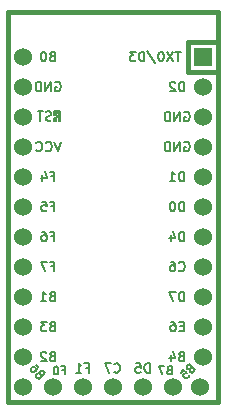
<source format=gbo>
G04 #@! TF.GenerationSoftware,KiCad,Pcbnew,(6.0.5)*
G04 #@! TF.CreationDate,2023-06-30T16:23:22+09:00*
G04 #@! TF.ProjectId,Varanidae,56617261-6e69-4646-9165-2e6b69636164,rev?*
G04 #@! TF.SameCoordinates,Original*
G04 #@! TF.FileFunction,Legend,Bot*
G04 #@! TF.FilePolarity,Positive*
%FSLAX46Y46*%
G04 Gerber Fmt 4.6, Leading zero omitted, Abs format (unit mm)*
G04 Created by KiCad (PCBNEW (6.0.5)) date 2023-06-30 16:23:22*
%MOMM*%
%LPD*%
G01*
G04 APERTURE LIST*
%ADD10C,0.150000*%
%ADD11C,0.381000*%
%ADD12R,1.525000X1.525000*%
%ADD13C,1.525000*%
G04 APERTURE END LIST*
D10*
X208667309Y-127331732D02*
X208553023Y-127369827D01*
X208514928Y-127407922D01*
X208476833Y-127484113D01*
X208476833Y-127598398D01*
X208514928Y-127674589D01*
X208553023Y-127712684D01*
X208629214Y-127750779D01*
X208933976Y-127750779D01*
X208933976Y-126950779D01*
X208667309Y-126950779D01*
X208591119Y-126988875D01*
X208553023Y-127026970D01*
X208514928Y-127103160D01*
X208514928Y-127179351D01*
X208553023Y-127255541D01*
X208591119Y-127293636D01*
X208667309Y-127331732D01*
X208933976Y-127331732D01*
X207791119Y-127217446D02*
X207791119Y-127750779D01*
X207981595Y-126912684D02*
X208172071Y-127484113D01*
X207676833Y-127484113D01*
X208933976Y-122670779D02*
X208933976Y-121870779D01*
X208743500Y-121870779D01*
X208629214Y-121908875D01*
X208553023Y-121985065D01*
X208514928Y-122061255D01*
X208476833Y-122213636D01*
X208476833Y-122327922D01*
X208514928Y-122480303D01*
X208553023Y-122556494D01*
X208629214Y-122632684D01*
X208743500Y-122670779D01*
X208933976Y-122670779D01*
X208210166Y-121870779D02*
X207676833Y-121870779D01*
X208019690Y-122670779D01*
X196718202Y-128823866D02*
X196623921Y-128776726D01*
X196576780Y-128776726D01*
X196506070Y-128800296D01*
X196435359Y-128871007D01*
X196411789Y-128941717D01*
X196411789Y-128988858D01*
X196435359Y-129059568D01*
X196623921Y-129248130D01*
X197118896Y-128753155D01*
X196953904Y-128588164D01*
X196883193Y-128564594D01*
X196836053Y-128564594D01*
X196765342Y-128588164D01*
X196718202Y-128635304D01*
X196694632Y-128706015D01*
X196694632Y-128753155D01*
X196718202Y-128823866D01*
X196883193Y-128988858D01*
X196411789Y-128046049D02*
X196506070Y-128140330D01*
X196529640Y-128211040D01*
X196529640Y-128258181D01*
X196506070Y-128376032D01*
X196435359Y-128493883D01*
X196246797Y-128682445D01*
X196176087Y-128706015D01*
X196128946Y-128706015D01*
X196058235Y-128682445D01*
X195963955Y-128588164D01*
X195940384Y-128517453D01*
X195940384Y-128470313D01*
X195963955Y-128399602D01*
X196081806Y-128281751D01*
X196152516Y-128258181D01*
X196199657Y-128258181D01*
X196270367Y-128281751D01*
X196364648Y-128376032D01*
X196388219Y-128446742D01*
X196388219Y-128493883D01*
X196364648Y-128564594D01*
X208953023Y-106668875D02*
X209029214Y-106630779D01*
X209143500Y-106630779D01*
X209257785Y-106668875D01*
X209333976Y-106745065D01*
X209372071Y-106821255D01*
X209410166Y-106973636D01*
X209410166Y-107087922D01*
X209372071Y-107240303D01*
X209333976Y-107316494D01*
X209257785Y-107392684D01*
X209143500Y-107430779D01*
X209067309Y-107430779D01*
X208953023Y-107392684D01*
X208914928Y-107354589D01*
X208914928Y-107087922D01*
X209067309Y-107087922D01*
X208572071Y-107430779D02*
X208572071Y-106630779D01*
X208114928Y-107430779D01*
X208114928Y-106630779D01*
X207733976Y-107430779D02*
X207733976Y-106630779D01*
X207543500Y-106630779D01*
X207429214Y-106668875D01*
X207353023Y-106745065D01*
X207314928Y-106821255D01*
X207276833Y-106973636D01*
X207276833Y-107087922D01*
X207314928Y-107240303D01*
X207353023Y-107316494D01*
X207429214Y-107392684D01*
X207543500Y-107430779D01*
X207733976Y-107430779D01*
X197745309Y-122251732D02*
X197631023Y-122289827D01*
X197592928Y-122327922D01*
X197554833Y-122404113D01*
X197554833Y-122518398D01*
X197592928Y-122594589D01*
X197631023Y-122632684D01*
X197707214Y-122670779D01*
X198011976Y-122670779D01*
X198011976Y-121870779D01*
X197745309Y-121870779D01*
X197669119Y-121908875D01*
X197631023Y-121946970D01*
X197592928Y-122023160D01*
X197592928Y-122099351D01*
X197631023Y-122175541D01*
X197669119Y-122213636D01*
X197745309Y-122251732D01*
X198011976Y-122251732D01*
X196792928Y-122670779D02*
X197250071Y-122670779D01*
X197021500Y-122670779D02*
X197021500Y-121870779D01*
X197097690Y-121985065D01*
X197173880Y-122061255D01*
X197250071Y-122099351D01*
X208933976Y-104890779D02*
X208933976Y-104090779D01*
X208743500Y-104090779D01*
X208629214Y-104128875D01*
X208553023Y-104205065D01*
X208514928Y-104281255D01*
X208476833Y-104433636D01*
X208476833Y-104547922D01*
X208514928Y-104700303D01*
X208553023Y-104776494D01*
X208629214Y-104852684D01*
X208743500Y-104890779D01*
X208933976Y-104890779D01*
X208172071Y-104166970D02*
X208133976Y-104128875D01*
X208057785Y-104090779D01*
X207867309Y-104090779D01*
X207791119Y-104128875D01*
X207753023Y-104166970D01*
X207714928Y-104243160D01*
X207714928Y-104319351D01*
X207753023Y-104433636D01*
X208210166Y-104890779D01*
X207714928Y-104890779D01*
X197688166Y-119711732D02*
X197954833Y-119711732D01*
X197954833Y-120130779D02*
X197954833Y-119330779D01*
X197573880Y-119330779D01*
X197345309Y-119330779D02*
X196811976Y-119330779D01*
X197154833Y-120130779D01*
X208476833Y-120054589D02*
X208514928Y-120092684D01*
X208629214Y-120130779D01*
X208705404Y-120130779D01*
X208819690Y-120092684D01*
X208895880Y-120016494D01*
X208933976Y-119940303D01*
X208972071Y-119787922D01*
X208972071Y-119673636D01*
X208933976Y-119521255D01*
X208895880Y-119445065D01*
X208819690Y-119368875D01*
X208705404Y-119330779D01*
X208629214Y-119330779D01*
X208514928Y-119368875D01*
X208476833Y-119406970D01*
X207791119Y-119330779D02*
X207943500Y-119330779D01*
X208019690Y-119368875D01*
X208057785Y-119406970D01*
X208133976Y-119521255D01*
X208172071Y-119673636D01*
X208172071Y-119978398D01*
X208133976Y-120054589D01*
X208095880Y-120092684D01*
X208019690Y-120130779D01*
X207867309Y-120130779D01*
X207791119Y-120092684D01*
X207753023Y-120054589D01*
X207714928Y-119978398D01*
X207714928Y-119787922D01*
X207753023Y-119711732D01*
X207791119Y-119673636D01*
X207867309Y-119635541D01*
X208019690Y-119635541D01*
X208095880Y-119673636D01*
X208133976Y-119711732D01*
X208172071Y-119787922D01*
X197688166Y-114631732D02*
X197954833Y-114631732D01*
X197954833Y-115050779D02*
X197954833Y-114250779D01*
X197573880Y-114250779D01*
X196888166Y-114250779D02*
X197269119Y-114250779D01*
X197307214Y-114631732D01*
X197269119Y-114593636D01*
X197192928Y-114555541D01*
X197002452Y-114555541D01*
X196926261Y-114593636D01*
X196888166Y-114631732D01*
X196850071Y-114707922D01*
X196850071Y-114898398D01*
X196888166Y-114974589D01*
X196926261Y-115012684D01*
X197002452Y-115050779D01*
X197192928Y-115050779D01*
X197269119Y-115012684D01*
X197307214Y-114974589D01*
X197688166Y-112091732D02*
X197954833Y-112091732D01*
X197954833Y-112510779D02*
X197954833Y-111710779D01*
X197573880Y-111710779D01*
X196926261Y-111977446D02*
X196926261Y-112510779D01*
X197116738Y-111672684D02*
X197307214Y-112244113D01*
X196811976Y-112244113D01*
X206012976Y-128720779D02*
X206012976Y-127920779D01*
X205822500Y-127920779D01*
X205708214Y-127958875D01*
X205632023Y-128035065D01*
X205593928Y-128111255D01*
X205555833Y-128263636D01*
X205555833Y-128377922D01*
X205593928Y-128530303D01*
X205632023Y-128606494D01*
X205708214Y-128682684D01*
X205822500Y-128720779D01*
X206012976Y-128720779D01*
X204832023Y-127920779D02*
X205212976Y-127920779D01*
X205251071Y-128301732D01*
X205212976Y-128263636D01*
X205136785Y-128225541D01*
X204946309Y-128225541D01*
X204870119Y-128263636D01*
X204832023Y-128301732D01*
X204793928Y-128377922D01*
X204793928Y-128568398D01*
X204832023Y-128644589D01*
X204870119Y-128682684D01*
X204946309Y-128720779D01*
X205136785Y-128720779D01*
X205212976Y-128682684D01*
X205251071Y-128644589D01*
X198615833Y-128508875D02*
X198849166Y-128508875D01*
X198849166Y-128875541D02*
X198849166Y-128175541D01*
X198515833Y-128175541D01*
X198115833Y-128175541D02*
X198049166Y-128175541D01*
X197982500Y-128208875D01*
X197949166Y-128242208D01*
X197915833Y-128308875D01*
X197882500Y-128442208D01*
X197882500Y-128608875D01*
X197915833Y-128742208D01*
X197949166Y-128808875D01*
X197982500Y-128842208D01*
X198049166Y-128875541D01*
X198115833Y-128875541D01*
X198182500Y-128842208D01*
X198215833Y-128808875D01*
X198249166Y-128742208D01*
X198282500Y-128608875D01*
X198282500Y-128442208D01*
X198249166Y-128308875D01*
X198215833Y-128242208D01*
X198182500Y-128208875D01*
X198115833Y-128175541D01*
X208933976Y-117590779D02*
X208933976Y-116790779D01*
X208743500Y-116790779D01*
X208629214Y-116828875D01*
X208553023Y-116905065D01*
X208514928Y-116981255D01*
X208476833Y-117133636D01*
X208476833Y-117247922D01*
X208514928Y-117400303D01*
X208553023Y-117476494D01*
X208629214Y-117552684D01*
X208743500Y-117590779D01*
X208933976Y-117590779D01*
X207791119Y-117057446D02*
X207791119Y-117590779D01*
X207981595Y-116752684D02*
X208172071Y-117324113D01*
X207676833Y-117324113D01*
X208644848Y-101550779D02*
X208187705Y-101550779D01*
X208416276Y-102350779D02*
X208416276Y-101550779D01*
X207997229Y-101550779D02*
X207463895Y-102350779D01*
X207463895Y-101550779D02*
X207997229Y-102350779D01*
X207006752Y-101550779D02*
X206930562Y-101550779D01*
X206854372Y-101588875D01*
X206816276Y-101626970D01*
X206778181Y-101703160D01*
X206740086Y-101855541D01*
X206740086Y-102046017D01*
X206778181Y-102198398D01*
X206816276Y-102274589D01*
X206854372Y-102312684D01*
X206930562Y-102350779D01*
X207006752Y-102350779D01*
X207082943Y-102312684D01*
X207121038Y-102274589D01*
X207159133Y-102198398D01*
X207197229Y-102046017D01*
X207197229Y-101855541D01*
X207159133Y-101703160D01*
X207121038Y-101626970D01*
X207082943Y-101588875D01*
X207006752Y-101550779D01*
X205825800Y-101512684D02*
X206511514Y-102541255D01*
X205559133Y-102350779D02*
X205559133Y-101550779D01*
X205368657Y-101550779D01*
X205254372Y-101588875D01*
X205178181Y-101665065D01*
X205140086Y-101741255D01*
X205101991Y-101893636D01*
X205101991Y-102007922D01*
X205140086Y-102160303D01*
X205178181Y-102236494D01*
X205254372Y-102312684D01*
X205368657Y-102350779D01*
X205559133Y-102350779D01*
X204835324Y-101550779D02*
X204340086Y-101550779D01*
X204606752Y-101855541D01*
X204492467Y-101855541D01*
X204416276Y-101893636D01*
X204378181Y-101931732D01*
X204340086Y-102007922D01*
X204340086Y-102198398D01*
X204378181Y-102274589D01*
X204416276Y-102312684D01*
X204492467Y-102350779D01*
X204721038Y-102350779D01*
X204797229Y-102312684D01*
X204835324Y-102274589D01*
X198488166Y-109170779D02*
X198221500Y-109970779D01*
X197954833Y-109170779D01*
X197231023Y-109894589D02*
X197269119Y-109932684D01*
X197383404Y-109970779D01*
X197459595Y-109970779D01*
X197573880Y-109932684D01*
X197650071Y-109856494D01*
X197688166Y-109780303D01*
X197726261Y-109627922D01*
X197726261Y-109513636D01*
X197688166Y-109361255D01*
X197650071Y-109285065D01*
X197573880Y-109208875D01*
X197459595Y-109170779D01*
X197383404Y-109170779D01*
X197269119Y-109208875D01*
X197231023Y-109246970D01*
X196431023Y-109894589D02*
X196469119Y-109932684D01*
X196583404Y-109970779D01*
X196659595Y-109970779D01*
X196773880Y-109932684D01*
X196850071Y-109856494D01*
X196888166Y-109780303D01*
X196926261Y-109627922D01*
X196926261Y-109513636D01*
X196888166Y-109361255D01*
X196850071Y-109285065D01*
X196773880Y-109208875D01*
X196659595Y-109170779D01*
X196583404Y-109170779D01*
X196469119Y-109208875D01*
X196431023Y-109246970D01*
X207665833Y-128508875D02*
X207565833Y-128542208D01*
X207532500Y-128575541D01*
X207499166Y-128642208D01*
X207499166Y-128742208D01*
X207532500Y-128808875D01*
X207565833Y-128842208D01*
X207632500Y-128875541D01*
X207899166Y-128875541D01*
X207899166Y-128175541D01*
X207665833Y-128175541D01*
X207599166Y-128208875D01*
X207565833Y-128242208D01*
X207532500Y-128308875D01*
X207532500Y-128375541D01*
X207565833Y-128442208D01*
X207599166Y-128475541D01*
X207665833Y-128508875D01*
X207899166Y-128508875D01*
X207265833Y-128175541D02*
X206799166Y-128175541D01*
X207099166Y-128875541D01*
X200609166Y-128301732D02*
X200875833Y-128301732D01*
X200875833Y-128720779D02*
X200875833Y-127920779D01*
X200494880Y-127920779D01*
X199771071Y-128720779D02*
X200228214Y-128720779D01*
X199999642Y-128720779D02*
X199999642Y-127920779D01*
X200075833Y-128035065D01*
X200152023Y-128111255D01*
X200228214Y-128149351D01*
X209447491Y-128423172D02*
X209400351Y-128517453D01*
X209400351Y-128564594D01*
X209423921Y-128635304D01*
X209494632Y-128706015D01*
X209565342Y-128729585D01*
X209612483Y-128729585D01*
X209683193Y-128706015D01*
X209871755Y-128517453D01*
X209376780Y-128022478D01*
X209211789Y-128187470D01*
X209188219Y-128258181D01*
X209188219Y-128305321D01*
X209211789Y-128376032D01*
X209258929Y-128423172D01*
X209329640Y-128446742D01*
X209376780Y-128446742D01*
X209447491Y-128423172D01*
X209612483Y-128258181D01*
X208646103Y-128753155D02*
X208881806Y-128517453D01*
X209141078Y-128729585D01*
X209093938Y-128729585D01*
X209023227Y-128753155D01*
X208905376Y-128871007D01*
X208881806Y-128941717D01*
X208881806Y-128988858D01*
X208905376Y-129059568D01*
X209023227Y-129177419D01*
X209093938Y-129200990D01*
X209141078Y-129200990D01*
X209211789Y-129177419D01*
X209329640Y-129059568D01*
X209353210Y-128988858D01*
X209353210Y-128941717D01*
X198031023Y-104128875D02*
X198107214Y-104090779D01*
X198221500Y-104090779D01*
X198335785Y-104128875D01*
X198411976Y-104205065D01*
X198450071Y-104281255D01*
X198488166Y-104433636D01*
X198488166Y-104547922D01*
X198450071Y-104700303D01*
X198411976Y-104776494D01*
X198335785Y-104852684D01*
X198221500Y-104890779D01*
X198145309Y-104890779D01*
X198031023Y-104852684D01*
X197992928Y-104814589D01*
X197992928Y-104547922D01*
X198145309Y-104547922D01*
X197650071Y-104890779D02*
X197650071Y-104090779D01*
X197192928Y-104890779D01*
X197192928Y-104090779D01*
X196811976Y-104890779D02*
X196811976Y-104090779D01*
X196621500Y-104090779D01*
X196507214Y-104128875D01*
X196431023Y-104205065D01*
X196392928Y-104281255D01*
X196354833Y-104433636D01*
X196354833Y-104547922D01*
X196392928Y-104700303D01*
X196431023Y-104776494D01*
X196507214Y-104852684D01*
X196621500Y-104890779D01*
X196811976Y-104890779D01*
X197688166Y-117171732D02*
X197954833Y-117171732D01*
X197954833Y-117590779D02*
X197954833Y-116790779D01*
X197573880Y-116790779D01*
X196926261Y-116790779D02*
X197078642Y-116790779D01*
X197154833Y-116828875D01*
X197192928Y-116866970D01*
X197269119Y-116981255D01*
X197307214Y-117133636D01*
X197307214Y-117438398D01*
X197269119Y-117514589D01*
X197231023Y-117552684D01*
X197154833Y-117590779D01*
X197002452Y-117590779D01*
X196926261Y-117552684D01*
X196888166Y-117514589D01*
X196850071Y-117438398D01*
X196850071Y-117247922D01*
X196888166Y-117171732D01*
X196926261Y-117133636D01*
X197002452Y-117095541D01*
X197154833Y-117095541D01*
X197231023Y-117133636D01*
X197269119Y-117171732D01*
X197307214Y-117247922D01*
X203015833Y-128644589D02*
X203053928Y-128682684D01*
X203168214Y-128720779D01*
X203244404Y-128720779D01*
X203358690Y-128682684D01*
X203434880Y-128606494D01*
X203472976Y-128530303D01*
X203511071Y-128377922D01*
X203511071Y-128263636D01*
X203472976Y-128111255D01*
X203434880Y-128035065D01*
X203358690Y-127958875D01*
X203244404Y-127920779D01*
X203168214Y-127920779D01*
X203053928Y-127958875D01*
X203015833Y-127996970D01*
X202749166Y-127920779D02*
X202215833Y-127920779D01*
X202558690Y-128720779D01*
X197745309Y-101931732D02*
X197631023Y-101969827D01*
X197592928Y-102007922D01*
X197554833Y-102084113D01*
X197554833Y-102198398D01*
X197592928Y-102274589D01*
X197631023Y-102312684D01*
X197707214Y-102350779D01*
X198011976Y-102350779D01*
X198011976Y-101550779D01*
X197745309Y-101550779D01*
X197669119Y-101588875D01*
X197631023Y-101626970D01*
X197592928Y-101703160D01*
X197592928Y-101779351D01*
X197631023Y-101855541D01*
X197669119Y-101893636D01*
X197745309Y-101931732D01*
X198011976Y-101931732D01*
X197059595Y-101550779D02*
X196983404Y-101550779D01*
X196907214Y-101588875D01*
X196869119Y-101626970D01*
X196831023Y-101703160D01*
X196792928Y-101855541D01*
X196792928Y-102046017D01*
X196831023Y-102198398D01*
X196869119Y-102274589D01*
X196907214Y-102312684D01*
X196983404Y-102350779D01*
X197059595Y-102350779D01*
X197135785Y-102312684D01*
X197173880Y-102274589D01*
X197211976Y-102198398D01*
X197250071Y-102046017D01*
X197250071Y-101855541D01*
X197211976Y-101703160D01*
X197173880Y-101626970D01*
X197135785Y-101588875D01*
X197059595Y-101550779D01*
X208895880Y-124791732D02*
X208629214Y-124791732D01*
X208514928Y-125210779D02*
X208895880Y-125210779D01*
X208895880Y-124410779D01*
X208514928Y-124410779D01*
X207829214Y-124410779D02*
X207981595Y-124410779D01*
X208057785Y-124448875D01*
X208095880Y-124486970D01*
X208172071Y-124601255D01*
X208210166Y-124753636D01*
X208210166Y-125058398D01*
X208172071Y-125134589D01*
X208133976Y-125172684D01*
X208057785Y-125210779D01*
X207905404Y-125210779D01*
X207829214Y-125172684D01*
X207791119Y-125134589D01*
X207753023Y-125058398D01*
X207753023Y-124867922D01*
X207791119Y-124791732D01*
X207829214Y-124753636D01*
X207905404Y-124715541D01*
X208057785Y-124715541D01*
X208133976Y-124753636D01*
X208172071Y-124791732D01*
X208210166Y-124867922D01*
X208933976Y-115050779D02*
X208933976Y-114250779D01*
X208743500Y-114250779D01*
X208629214Y-114288875D01*
X208553023Y-114365065D01*
X208514928Y-114441255D01*
X208476833Y-114593636D01*
X208476833Y-114707922D01*
X208514928Y-114860303D01*
X208553023Y-114936494D01*
X208629214Y-115012684D01*
X208743500Y-115050779D01*
X208933976Y-115050779D01*
X207981595Y-114250779D02*
X207905404Y-114250779D01*
X207829214Y-114288875D01*
X207791119Y-114326970D01*
X207753023Y-114403160D01*
X207714928Y-114555541D01*
X207714928Y-114746017D01*
X207753023Y-114898398D01*
X207791119Y-114974589D01*
X207829214Y-115012684D01*
X207905404Y-115050779D01*
X207981595Y-115050779D01*
X208057785Y-115012684D01*
X208095880Y-114974589D01*
X208133976Y-114898398D01*
X208172071Y-114746017D01*
X208172071Y-114555541D01*
X208133976Y-114403160D01*
X208095880Y-114326970D01*
X208057785Y-114288875D01*
X207981595Y-114250779D01*
X208953023Y-109208875D02*
X209029214Y-109170779D01*
X209143500Y-109170779D01*
X209257785Y-109208875D01*
X209333976Y-109285065D01*
X209372071Y-109361255D01*
X209410166Y-109513636D01*
X209410166Y-109627922D01*
X209372071Y-109780303D01*
X209333976Y-109856494D01*
X209257785Y-109932684D01*
X209143500Y-109970779D01*
X209067309Y-109970779D01*
X208953023Y-109932684D01*
X208914928Y-109894589D01*
X208914928Y-109627922D01*
X209067309Y-109627922D01*
X208572071Y-109970779D02*
X208572071Y-109170779D01*
X208114928Y-109970779D01*
X208114928Y-109170779D01*
X207733976Y-109970779D02*
X207733976Y-109170779D01*
X207543500Y-109170779D01*
X207429214Y-109208875D01*
X207353023Y-109285065D01*
X207314928Y-109361255D01*
X207276833Y-109513636D01*
X207276833Y-109627922D01*
X207314928Y-109780303D01*
X207353023Y-109856494D01*
X207429214Y-109932684D01*
X207543500Y-109970779D01*
X207733976Y-109970779D01*
X208933976Y-112510779D02*
X208933976Y-111710779D01*
X208743500Y-111710779D01*
X208629214Y-111748875D01*
X208553023Y-111825065D01*
X208514928Y-111901255D01*
X208476833Y-112053636D01*
X208476833Y-112167922D01*
X208514928Y-112320303D01*
X208553023Y-112396494D01*
X208629214Y-112472684D01*
X208743500Y-112510779D01*
X208933976Y-112510779D01*
X207714928Y-112510779D02*
X208172071Y-112510779D01*
X207943500Y-112510779D02*
X207943500Y-111710779D01*
X208019690Y-111825065D01*
X208095880Y-111901255D01*
X208172071Y-111939351D01*
X197745309Y-124791732D02*
X197631023Y-124829827D01*
X197592928Y-124867922D01*
X197554833Y-124944113D01*
X197554833Y-125058398D01*
X197592928Y-125134589D01*
X197631023Y-125172684D01*
X197707214Y-125210779D01*
X198011976Y-125210779D01*
X198011976Y-124410779D01*
X197745309Y-124410779D01*
X197669119Y-124448875D01*
X197631023Y-124486970D01*
X197592928Y-124563160D01*
X197592928Y-124639351D01*
X197631023Y-124715541D01*
X197669119Y-124753636D01*
X197745309Y-124791732D01*
X198011976Y-124791732D01*
X197288166Y-124410779D02*
X196792928Y-124410779D01*
X197059595Y-124715541D01*
X196945309Y-124715541D01*
X196869119Y-124753636D01*
X196831023Y-124791732D01*
X196792928Y-124867922D01*
X196792928Y-125058398D01*
X196831023Y-125134589D01*
X196869119Y-125172684D01*
X196945309Y-125210779D01*
X197173880Y-125210779D01*
X197250071Y-125172684D01*
X197288166Y-125134589D01*
X197745309Y-127331732D02*
X197631023Y-127369827D01*
X197592928Y-127407922D01*
X197554833Y-127484113D01*
X197554833Y-127598398D01*
X197592928Y-127674589D01*
X197631023Y-127712684D01*
X197707214Y-127750779D01*
X198011976Y-127750779D01*
X198011976Y-126950779D01*
X197745309Y-126950779D01*
X197669119Y-126988875D01*
X197631023Y-127026970D01*
X197592928Y-127103160D01*
X197592928Y-127179351D01*
X197631023Y-127255541D01*
X197669119Y-127293636D01*
X197745309Y-127331732D01*
X198011976Y-127331732D01*
X197250071Y-127026970D02*
X197211976Y-126988875D01*
X197135785Y-126950779D01*
X196945309Y-126950779D01*
X196869119Y-126988875D01*
X196831023Y-127026970D01*
X196792928Y-127103160D01*
X196792928Y-127179351D01*
X196831023Y-127293636D01*
X197288166Y-127750779D01*
X196792928Y-127750779D01*
X197682713Y-107362684D02*
X197568427Y-107400779D01*
X197377951Y-107400779D01*
X197301760Y-107362684D01*
X197263665Y-107324589D01*
X197225570Y-107248398D01*
X197225570Y-107172208D01*
X197263665Y-107096017D01*
X197301760Y-107057922D01*
X197377951Y-107019827D01*
X197530332Y-106981732D01*
X197606522Y-106943636D01*
X197644618Y-106905541D01*
X197682713Y-106829351D01*
X197682713Y-106753160D01*
X197644618Y-106676970D01*
X197606522Y-106638875D01*
X197530332Y-106600779D01*
X197339856Y-106600779D01*
X197225570Y-106638875D01*
X196996999Y-106600779D02*
X196539856Y-106600779D01*
X196768427Y-107400779D02*
X196768427Y-106600779D01*
D11*
X209232500Y-100718875D02*
X211772500Y-100718875D01*
X193992500Y-98178875D02*
X211772500Y-98178875D01*
X193992500Y-100718875D02*
X193992500Y-98178875D01*
X211772500Y-131198875D02*
X193992500Y-131198875D01*
X209232500Y-103258875D02*
X211772500Y-103258875D01*
X209232500Y-100718875D02*
X209232500Y-103258875D01*
X193992500Y-131198875D02*
X193992500Y-100718875D01*
X211772500Y-98178875D02*
X211772500Y-100718875D01*
X211772500Y-100718875D02*
X211772500Y-131198875D01*
G36*
X198250932Y-107098235D02*
G01*
X198150932Y-107098235D01*
X198150932Y-106998235D01*
X198250932Y-106998235D01*
X198250932Y-107098235D01*
G37*
D10*
X198250932Y-107098235D02*
X198150932Y-107098235D01*
X198150932Y-106998235D01*
X198250932Y-106998235D01*
X198250932Y-107098235D01*
G36*
X198050932Y-106898235D02*
G01*
X197950932Y-106898235D01*
X197950932Y-106598235D01*
X198050932Y-106598235D01*
X198050932Y-106898235D01*
G37*
X198050932Y-106898235D02*
X197950932Y-106898235D01*
X197950932Y-106598235D01*
X198050932Y-106598235D01*
X198050932Y-106898235D01*
G36*
X198450932Y-106698235D02*
G01*
X197950932Y-106698235D01*
X197950932Y-106598235D01*
X198450932Y-106598235D01*
X198450932Y-106698235D01*
G37*
X198450932Y-106698235D02*
X197950932Y-106698235D01*
X197950932Y-106598235D01*
X198450932Y-106598235D01*
X198450932Y-106698235D01*
G36*
X198050932Y-107398235D02*
G01*
X197950932Y-107398235D01*
X197950932Y-107198235D01*
X198050932Y-107198235D01*
X198050932Y-107398235D01*
G37*
X198050932Y-107398235D02*
X197950932Y-107398235D01*
X197950932Y-107198235D01*
X198050932Y-107198235D01*
X198050932Y-107398235D01*
G36*
X198450932Y-107398235D02*
G01*
X198350932Y-107398235D01*
X198350932Y-106598235D01*
X198450932Y-106598235D01*
X198450932Y-107398235D01*
G37*
X198450932Y-107398235D02*
X198350932Y-107398235D01*
X198350932Y-106598235D01*
X198450932Y-106598235D01*
X198450932Y-107398235D01*
D12*
X210502500Y-101988875D03*
D13*
X210502500Y-104528875D03*
X210502500Y-107068875D03*
X210502500Y-109608875D03*
X210502500Y-112148875D03*
X210502500Y-114688875D03*
X210502500Y-117228875D03*
X210502500Y-119768875D03*
X210502500Y-122308875D03*
X210502500Y-124848875D03*
X210502500Y-127388875D03*
X210273900Y-129928875D03*
X195262500Y-129928875D03*
X195262500Y-127388875D03*
X195262500Y-124848875D03*
X195262500Y-122308875D03*
X195262500Y-119768875D03*
X195262500Y-117228875D03*
X195262500Y-114688875D03*
X195262500Y-112148875D03*
X195262500Y-109608875D03*
X195262500Y-107068875D03*
X195262500Y-104528875D03*
X195262500Y-101988875D03*
X207962500Y-129928875D03*
X205422500Y-129928875D03*
X202882500Y-129928875D03*
X200342500Y-129928875D03*
X197802500Y-129928875D03*
M02*

</source>
